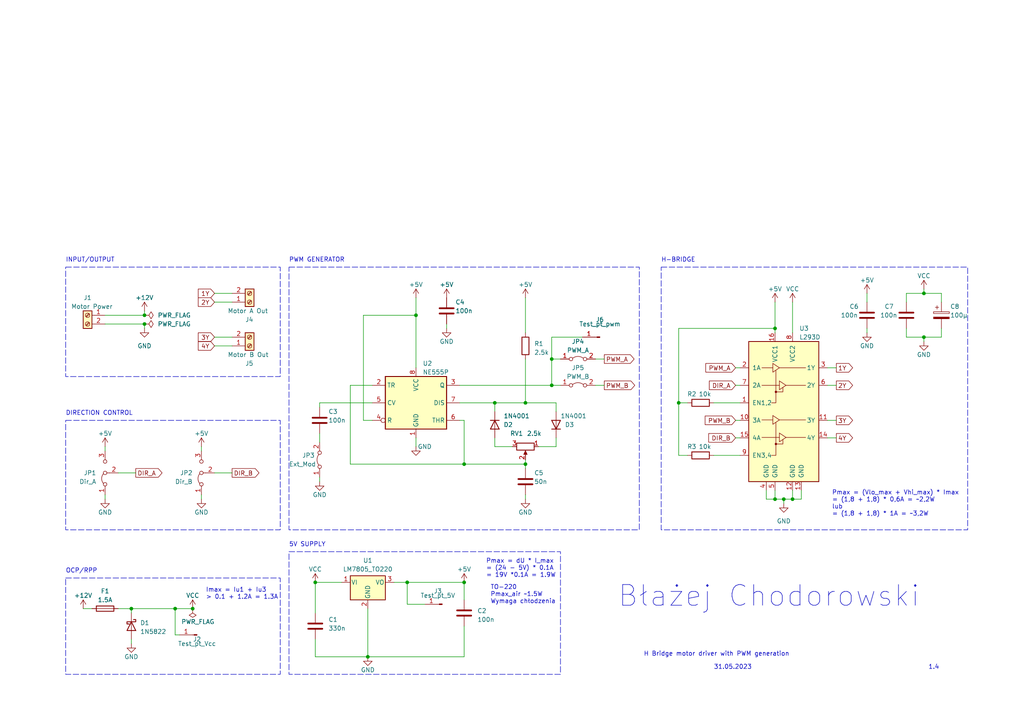
<source format=kicad_sch>
(kicad_sch (version 20230121) (generator eeschema)
  (paper "A4")
  (lib_symbols
    (symbol "Connector:Conn_01x01_Pin" (pin_names (offset 1.016) hide)
      (property "Reference" "J" (at 0 2.54 0))
      (property "Value" "Conn_01x01_Pin" (at 0 -2.54 0))
      (symbol "Conn_01x01_Pin_1_1"
        (polyline (pts (xy 1.27 0) (xy 0.8636 0)) (stroke (width 0.1524)))
        (rectangle (start 0.8636 0.127) (end 0 -0.127) (stroke (width 0.1524)) (fill (type outline)))
        (pin passive line (at 5.08 0 180) (length 3.81) (name "Pin_1") (number "1"))
      )
    )
    (symbol "Connector:Screw_Terminal_01x02" (pin_names (offset 1.016) hide)
      (property "Reference" "J" (at 0 2.54 0))
      (property "Value" "Screw_Terminal_01x02" (at 0 -5.08 0))
      (symbol "Screw_Terminal_01x02_1_1"
        (rectangle (start -1.27 1.27) (end 1.27 -3.81) (stroke (width 0.254)) (fill (type background)))
        (circle (center 0 -2.54) (radius 0.635) (stroke (width 0.1524)))
        (polyline (pts (xy -0.5334 -2.2098) (xy 0.3302 -3.048)) (stroke (width 0.1524)))
        (polyline (pts (xy -0.5334 0.3302) (xy 0.3302 -0.508)) (stroke (width 0.1524)))
        (polyline (pts (xy -0.3556 -2.032) (xy 0.508 -2.8702)) (stroke (width 0.1524)))
        (polyline (pts (xy -0.3556 0.508) (xy 0.508 -0.3302)) (stroke (width 0.1524)))
        (circle (center 0 0) (radius 0.635) (stroke (width 0.1524)))
        (pin passive line (at -5.08 0 0) (length 3.81) (name "Pin_1") (number "1"))
        (pin passive line (at -5.08 -2.54 0) (length 3.81) (name "Pin_2") (number "2"))
      )
    )
    (symbol "Device:C" (pin_numbers hide) (pin_names (offset 0.254))
      (property "Reference" "C" (at 0.635 2.54 0))
      (property "Value" "C" (at 0.635 -2.54 0))
      (symbol "C_0_1"
        (polyline (pts (xy -2.032 -0.762) (xy 2.032 -0.762)) (stroke (width 0.508)))
        (polyline (pts (xy -2.032 0.762) (xy 2.032 0.762)) (stroke (width 0.508)))
      )
      (symbol "C_1_1"
        (pin passive line (at 0 3.81 270) (length 2.794) (name "~") (number "1"))
        (pin passive line (at 0 -3.81 90) (length 2.794) (name "~") (number "2"))
      )
    )
    (symbol "Device:C_Polarized" (pin_numbers hide) (pin_names (offset 0.254))
      (property "Reference" "C" (at 0.635 2.54 0))
      (property "Value" "C_Polarized" (at 0.635 -2.54 0))
      (symbol "C_Polarized_0_1"
        (rectangle (start -2.286 0.508) (end 2.286 1.016))
        (polyline (pts (xy -1.778 2.286) (xy -0.762 2.286)))
        (polyline (pts (xy -1.27 2.794) (xy -1.27 1.778)))
        (rectangle (start 2.286 -0.508) (end -2.286 -1.016) (fill (type outline)))
      )
      (symbol "C_Polarized_1_1"
        (pin passive line (at 0 3.81 270) (length 2.794) (name "~") (number "1"))
        (pin passive line (at 0 -3.81 90) (length 2.794) (name "~") (number "2"))
      )
    )
    (symbol "Device:Fuse" (pin_numbers hide) (pin_names (offset 0))
      (property "Reference" "F" (at 2.032 0 90))
      (property "Value" "Fuse" (at -1.905 0 90))
      (symbol "Fuse_0_1"
        (rectangle (start -0.762 -2.54) (end 0.762 2.54) (stroke (width 0.254)))
        (polyline (pts (xy 0 2.54) (xy 0 -2.54)))
      )
      (symbol "Fuse_1_1"
        (pin passive line (at 0 3.81 270) (length 1.27) (name "~") (number "1"))
        (pin passive line (at 0 -3.81 90) (length 1.27) (name "~") (number "2"))
      )
    )
    (symbol "Device:R" (pin_numbers hide) (pin_names (offset 0))
      (property "Reference" "R" (at 2.032 0 90))
      (property "Value" "R" (at 0 0 90))
      (symbol "R_0_1"
        (rectangle (start -1.016 -2.54) (end 1.016 2.54) (stroke (width 0.254)))
      )
      (symbol "R_1_1"
        (pin passive line (at 0 3.81 270) (length 1.27) (name "~") (number "1"))
        (pin passive line (at 0 -3.81 90) (length 1.27) (name "~") (number "2"))
      )
    )
    (symbol "Device:R_Potentiometer" (pin_names (offset 1.016) hide)
      (property "Reference" "RV" (at -4.445 0 90))
      (property "Value" "R_Potentiometer" (at -2.54 0 90))
      (symbol "R_Potentiometer_0_1"
        (polyline (pts (xy 2.54 0) (xy 1.524 0)))
        (polyline (pts (xy 1.143 0) (xy 2.286 0.508) (xy 2.286 -0.508) (xy 1.143 0)) (fill (type outline)))
        (rectangle (start 1.016 2.54) (end -1.016 -2.54) (stroke (width 0.254)))
      )
      (symbol "R_Potentiometer_1_1"
        (pin passive line (at 0 3.81 270) (length 1.27) (name "1") (number "1"))
        (pin passive line (at 3.81 0 180) (length 1.27) (name "2") (number "2"))
        (pin passive line (at 0 -3.81 90) (length 1.27) (name "3") (number "3"))
      )
    )
    (symbol "Diode:1N4001" (pin_numbers hide) (pin_names hide)
      (property "Reference" "D" (at 0 2.54 0))
      (property "Value" "1N4001" (at 0 -2.54 0))
      (symbol "1N4001_0_1"
        (polyline (pts (xy -1.27 1.27) (xy -1.27 -1.27)) (stroke (width 0.254)))
        (polyline (pts (xy 1.27 0) (xy -1.27 0)))
        (polyline (pts (xy 1.27 1.27) (xy 1.27 -1.27) (xy -1.27 0) (xy 1.27 1.27)) (stroke (width 0.254)))
      )
      (symbol "1N4001_1_1"
        (pin passive line (at -3.81 0 0) (length 2.54) (name "K") (number "1"))
        (pin passive line (at 3.81 0 180) (length 2.54) (name "A") (number "2"))
      )
    )
    (symbol "Diode:1N5822" (pin_numbers hide) (pin_names (offset 1.016) hide)
      (property "Reference" "D" (at 0 2.54 0))
      (property "Value" "1N5822" (at 0 -2.54 0))
      (symbol "1N5822_0_1"
        (polyline (pts (xy 1.27 0) (xy -1.27 0)))
        (polyline (pts (xy 1.27 1.27) (xy 1.27 -1.27) (xy -1.27 0) (xy 1.27 1.27)) (stroke (width 0.254)))
        (polyline (pts (xy -1.905 0.635) (xy -1.905 1.27) (xy -1.27 1.27) (xy -1.27 -1.27) (xy -0.635 -1.27) (xy -0.635 -0.635)) (stroke (width 0.254)))
      )
      (symbol "1N5822_1_1"
        (pin passive line (at -3.81 0 0) (length 2.54) (name "K") (number "1"))
        (pin passive line (at 3.81 0 180) (length 2.54) (name "A") (number "2"))
      )
    )
    (symbol "Driver_Motor:L293D" (pin_names (offset 1.016))
      (property "Reference" "U" (at -5.08 26.035 0))
      (property "Value" "L293D" (at -5.08 24.13 0))
      (symbol "L293D_0_1"
        (rectangle (start -10.16 22.86) (end 10.16 -17.78) (stroke (width 0.254)) (fill (type background)))
        (circle (center -2.286 -6.858) (radius 0.254) (fill (type outline)))
        (circle (center -2.286 8.255) (radius 0.254) (fill (type outline)))
        (polyline (pts (xy -6.35 -4.953) (xy -1.27 -4.953)))
        (polyline (pts (xy -6.35 0.127) (xy -3.175 0.127)))
        (polyline (pts (xy -6.35 10.16) (xy -1.27 10.16)))
        (polyline (pts (xy -6.35 15.24) (xy -3.175 15.24)))
        (polyline (pts (xy -1.27 0.127) (xy 6.35 0.127)))
        (polyline (pts (xy -1.27 15.24) (xy 6.35 15.24)))
        (polyline (pts (xy 0.635 -4.953) (xy 6.35 -4.953)))
        (polyline (pts (xy 0.635 10.16) (xy 6.35 10.16)))
        (polyline (pts (xy -2.286 -6.858) (xy -0.254 -6.858) (xy -0.254 -5.588)))
        (polyline (pts (xy -2.286 -0.635) (xy -2.286 -10.16) (xy -3.556 -10.16)))
        (polyline (pts (xy -2.286 8.255) (xy -0.254 8.255) (xy -0.254 9.525)))
        (polyline (pts (xy -2.286 14.478) (xy -2.286 5.08) (xy -3.556 5.08)))
        (polyline (pts (xy -3.175 1.397) (xy -3.175 -1.143) (xy -1.27 0.127) (xy -3.175 1.397)))
        (polyline (pts (xy -3.175 16.51) (xy -3.175 13.97) (xy -1.27 15.24) (xy -3.175 16.51)))
        (polyline (pts (xy -1.27 -3.683) (xy -1.27 -6.223) (xy 0.635 -4.953) (xy -1.27 -3.683)))
        (polyline (pts (xy -1.27 11.43) (xy -1.27 8.89) (xy 0.635 10.16) (xy -1.27 11.43)))
      )
      (symbol "L293D_1_1"
        (pin input line (at -12.7 5.08 0) (length 2.54) (name "EN1,2") (number "1"))
        (pin input line (at -12.7 0 0) (length 2.54) (name "3A") (number "10"))
        (pin output line (at 12.7 0 180) (length 2.54) (name "3Y") (number "11"))
        (pin power_in line (at 2.54 -20.32 90) (length 2.54) (name "GND") (number "12"))
        (pin power_in line (at 5.08 -20.32 90) (length 2.54) (name "GND") (number "13"))
        (pin output line (at 12.7 -5.08 180) (length 2.54) (name "4Y") (number "14"))
        (pin input line (at -12.7 -5.08 0) (length 2.54) (name "4A") (number "15"))
        (pin power_in line (at -2.54 25.4 270) (length 2.54) (name "VCC1") (number "16"))
        (pin input line (at -12.7 15.24 0) (length 2.54) (name "1A") (number "2"))
        (pin output line (at 12.7 15.24 180) (length 2.54) (name "1Y") (number "3"))
        (pin power_in line (at -5.08 -20.32 90) (length 2.54) (name "GND") (number "4"))
        (pin power_in line (at -2.54 -20.32 90) (length 2.54) (name "GND") (number "5"))
        (pin output line (at 12.7 10.16 180) (length 2.54) (name "2Y") (number "6"))
        (pin input line (at -12.7 10.16 0) (length 2.54) (name "2A") (number "7"))
        (pin power_in line (at 2.54 25.4 270) (length 2.54) (name "VCC2") (number "8"))
        (pin input line (at -12.7 -10.16 0) (length 2.54) (name "EN3,4") (number "9"))
      )
    )
    (symbol "Jumper:Jumper_2_Bridged" (pin_names (offset 0) hide)
      (property "Reference" "JP" (at 0 1.905 0))
      (property "Value" "Jumper_2_Bridged" (at 0 -2.54 0))
      (symbol "Jumper_2_Bridged_0_0"
        (circle (center -2.032 0) (radius 0.508))
        (circle (center 2.032 0) (radius 0.508))
      )
      (symbol "Jumper_2_Bridged_0_1"
        (arc (start 1.524 0.254) (mid 0 0.762) (end -1.524 0.254))
      )
      (symbol "Jumper_2_Bridged_1_1"
        (pin passive line (at -5.08 0 0) (length 2.54) (name "A") (number "1"))
        (pin passive line (at 5.08 0 180) (length 2.54) (name "B") (number "2"))
      )
    )
    (symbol "Jumper:Jumper_3_Bridged12" (pin_names (offset 0) hide)
      (property "Reference" "JP" (at -2.54 -2.54 0))
      (property "Value" "Jumper_3_Bridged12" (at 0 2.794 0))
      (symbol "Jumper_3_Bridged12_0_0"
        (circle (center -3.302 0) (radius 0.508))
        (circle (center 0 0) (radius 0.508))
        (circle (center 3.302 0) (radius 0.508))
      )
      (symbol "Jumper_3_Bridged12_0_1"
        (arc (start -0.254 0.508) (mid -1.651 0.9912) (end -3.048 0.508))
        (polyline (pts (xy 0 -1.27) (xy 0 -0.508)))
      )
      (symbol "Jumper_3_Bridged12_1_1"
        (pin passive line (at -6.35 0 0) (length 2.54) (name "A") (number "1"))
        (pin passive line (at 0 -3.81 90) (length 2.54) (name "C") (number "2"))
        (pin passive line (at 6.35 0 180) (length 2.54) (name "B") (number "3"))
      )
    )
    (symbol "Regulator_Linear:LM7805_TO220" (pin_names (offset 0.254))
      (property "Reference" "U" (at -3.81 3.175 0))
      (property "Value" "LM7805_TO220" (at 0 3.175 0))
      (symbol "LM7805_TO220_0_1"
        (rectangle (start -5.08 1.905) (end 5.08 -5.08) (stroke (width 0.254)) (fill (type background)))
      )
      (symbol "LM7805_TO220_1_1"
        (pin power_in line (at -7.62 0 0) (length 2.54) (name "VI") (number "1"))
        (pin power_in line (at 0 -7.62 90) (length 2.54) (name "GND") (number "2"))
        (pin power_out line (at 7.62 0 180) (length 2.54) (name "VO") (number "3"))
      )
    )
    (symbol "Timer:NE555P"
      (property "Reference" "U" (at -10.16 8.89 0))
      (property "Value" "NE555P" (at 2.54 8.89 0))
      (symbol "NE555P_0_0"
        (pin power_in line (at 0 -10.16 90) (length 2.54) (name "GND") (number "1"))
        (pin power_in line (at 0 10.16 270) (length 2.54) (name "VCC") (number "8"))
      )
      (symbol "NE555P_0_1"
        (rectangle (start -8.89 -7.62) (end 8.89 7.62) (stroke (width 0.254)) (fill (type background)))
        (rectangle (start -8.89 -7.62) (end 8.89 7.62) (stroke (width 0.254)) (fill (type background)))
      )
      (symbol "NE555P_1_1"
        (pin input line (at -12.7 5.08 0) (length 3.81) (name "TR") (number "2"))
        (pin output line (at 12.7 5.08 180) (length 3.81) (name "Q") (number "3"))
        (pin input inverted (at -12.7 -5.08 0) (length 3.81) (name "R") (number "4"))
        (pin input line (at -12.7 0 0) (length 3.81) (name "CV") (number "5"))
        (pin input line (at 12.7 -5.08 180) (length 3.81) (name "THR") (number "6"))
        (pin input line (at 12.7 0 180) (length 3.81) (name "DIS") (number "7"))
      )
    )
    (symbol "power:+12V" (power) (pin_names (offset 0))
      (property "Value" "+12V" (at 0 3.556 0))
      (symbol "+12V_0_1"
        (polyline (pts (xy -0.762 1.27) (xy 0 2.54)))
        (polyline (pts (xy 0 0) (xy 0 2.54)))
        (polyline (pts (xy 0 2.54) (xy 0.762 1.27)))
      )
      (symbol "+12V_1_1"
        (pin power_in line (at 0 0 90) (length 0) hide (name "+12V") (number "1"))
      )
    )
    (symbol "power:+5V" (power) (pin_names (offset 0))
      (property "Value" "+5V" (at 0 3.556 0))
      (symbol "+5V_0_1"
        (polyline (pts (xy -0.762 1.27) (xy 0 2.54)))
        (polyline (pts (xy 0 0) (xy 0 2.54)))
        (polyline (pts (xy 0 2.54) (xy 0.762 1.27)))
      )
      (symbol "+5V_1_1"
        (pin power_in line (at 0 0 90) (length 0) hide (name "+5V") (number "1"))
      )
    )
    (symbol "power:GND" (power) (pin_names (offset 0))
      (property "Value" "GND" (at 0 -3.81 0))
      (symbol "GND_0_1"
        (polyline (pts (xy 0 0) (xy 0 -1.27) (xy 1.27 -1.27) (xy 0 -2.54) (xy -1.27 -1.27) (xy 0 -1.27)))
      )
      (symbol "GND_1_1"
        (pin power_in line (at 0 0 270) (length 0) hide (name "GND") (number "1"))
      )
    )
    (symbol "power:PWR_FLAG" (power) (pin_numbers hide) (pin_names (offset 0) hide)
      (property "Value" "PWR_FLAG" (at 0 3.81 0))
      (symbol "PWR_FLAG_0_0"
        (pin power_out line (at 0 0 90) (length 0) (name "pwr") (number "1"))
      )
      (symbol "PWR_FLAG_0_1"
        (polyline (pts (xy 0 0) (xy 0 1.27) (xy -1.016 1.905) (xy 0 2.54) (xy 1.016 1.905) (xy 0 1.27)))
      )
    )
    (symbol "power:VCC" (power) (pin_names (offset 0))
      (property "Value" "VCC" (at 0 3.81 0))
      (symbol "VCC_0_1"
        (polyline (pts (xy -0.762 1.27) (xy 0 2.54)))
        (polyline (pts (xy 0 0) (xy 0 2.54)))
        (polyline (pts (xy 0 2.54) (xy 0.762 1.27)))
      )
      (symbol "VCC_1_1"
        (pin power_in line (at 0 0 90) (length 0) hide (name "VCC") (number "1"))
      )
    )
  )
  (junction (at 41.91 91.44))
  (junction (at 118.11 168.91))
  (junction (at 267.97 85.09))
  (junction (at 134.62 134.62))
  (junction (at 224.79 144.78))
  (junction (at 106.68 190.5))
  (junction (at 38.1 176.53))
  (junction (at 152.4 134.62))
  (junction (at 229.87 144.78))
  (junction (at 143.51 116.84))
  (junction (at 160.02 104.14))
  (junction (at 196.85 116.84))
  (junction (at 152.4 116.84))
  (junction (at 41.91 93.98))
  (junction (at 91.44 168.91))
  (junction (at 134.62 168.91))
  (junction (at 50.8 176.53))
  (junction (at 120.65 91.44))
  (junction (at 160.02 111.76))
  (junction (at 227.33 144.78))
  (junction (at 224.79 95.25))
  (junction (at 267.97 97.79))
  (junction (at 55.88 176.53))
  (wire (pts (xy 41.91 93.98) (xy 41.91 95.25)))
  (wire (pts (xy 251.46 96.52) (xy 251.46 95.25)))
  (wire (pts (xy 232.41 144.78) (xy 229.87 144.78)))
  (wire (pts (xy 120.65 86.36) (xy 120.65 91.44)))
  (wire (pts (xy 152.4 104.14) (xy 152.4 116.84)))
  (wire (pts (xy 92.71 128.27) (xy 92.71 125.73)))
  (wire (pts (xy 160.02 97.79) (xy 160.02 104.14)))
  (wire (pts (xy 106.68 190.5) (xy 134.62 190.5)))
  (wire (pts (xy 251.46 87.63) (xy 251.46 85.09)))
  (wire (pts (xy 38.1 176.53) (xy 50.8 176.53)))
  (wire (pts (xy 134.62 181.61) (xy 134.62 190.5)))
  (wire (pts (xy 114.3 168.91) (xy 118.11 168.91)))
  (wire (pts (xy 91.44 168.91) (xy 99.06 168.91)))
  (wire (pts (xy 242.57 111.76) (xy 240.03 111.76)))
  (wire (pts (xy 91.44 185.42) (xy 91.44 190.5)))
  (wire (pts (xy 152.4 86.36) (xy 152.4 96.52)))
  (wire (pts (xy 34.29 176.53) (xy 38.1 176.53)))
  (wire (pts (xy 105.41 91.44) (xy 120.65 91.44)))
  (wire (pts (xy 161.29 119.38) (xy 161.29 116.84)))
  (wire (pts (xy 224.79 142.24) (xy 224.79 144.78)))
  (wire (pts (xy 129.54 93.98) (xy 129.54 95.25)))
  (wire (pts (xy 160.02 104.14) (xy 162.56 104.14)))
  (wire (pts (xy 143.51 129.54) (xy 148.59 129.54)))
  (wire (pts (xy 91.44 190.5) (xy 106.68 190.5)))
  (wire (pts (xy 267.97 83.82) (xy 267.97 85.09)))
  (wire (pts (xy 92.71 116.84) (xy 92.71 118.11)))
  (wire (pts (xy 152.4 134.62) (xy 152.4 135.89)))
  (wire (pts (xy 242.57 106.68) (xy 240.03 106.68)))
  (wire (pts (xy 168.91 97.79) (xy 160.02 97.79)))
  (wire (pts (xy 143.51 116.84) (xy 143.51 119.38)))
  (wire (pts (xy 196.85 95.25) (xy 196.85 116.84)))
  (wire (pts (xy 227.33 144.78) (xy 229.87 144.78)))
  (wire (pts (xy 133.35 121.92) (xy 134.62 121.92)))
  (wire (pts (xy 160.02 104.14) (xy 160.02 111.76)))
  (wire (pts (xy 172.72 104.14) (xy 175.26 104.14)))
  (wire (pts (xy 107.95 116.84) (xy 92.71 116.84)))
  (wire (pts (xy 62.23 85.09) (xy 67.31 85.09)))
  (wire (pts (xy 224.79 144.78) (xy 227.33 144.78)))
  (wire (pts (xy 91.44 168.91) (xy 91.44 177.8)))
  (wire (pts (xy 101.6 134.62) (xy 134.62 134.62)))
  (wire (pts (xy 24.13 176.53) (xy 26.67 176.53)))
  (wire (pts (xy 213.36 111.76) (xy 214.63 111.76)))
  (wire (pts (xy 196.85 95.25) (xy 224.79 95.25)))
  (wire (pts (xy 134.62 173.99) (xy 134.62 168.91)))
  (wire (pts (xy 196.85 116.84) (xy 199.39 116.84)))
  (wire (pts (xy 213.36 121.92) (xy 214.63 121.92)))
  (wire (pts (xy 123.19 175.26) (xy 118.11 175.26)))
  (wire (pts (xy 30.48 93.98) (xy 41.91 93.98)))
  (wire (pts (xy 30.48 91.44) (xy 41.91 91.44)))
  (wire (pts (xy 92.71 139.7) (xy 92.71 138.43)))
  (wire (pts (xy 232.41 142.24) (xy 232.41 144.78)))
  (wire (pts (xy 52.07 184.15) (xy 50.8 184.15)))
  (wire (pts (xy 229.87 87.63) (xy 229.87 96.52)))
  (wire (pts (xy 172.72 111.76) (xy 175.26 111.76)))
  (wire (pts (xy 267.97 99.06) (xy 267.97 97.79)))
  (wire (pts (xy 160.02 111.76) (xy 162.56 111.76)))
  (wire (pts (xy 224.79 95.25) (xy 224.79 96.52)))
  (wire (pts (xy 62.23 100.33) (xy 67.31 100.33)))
  (wire (pts (xy 152.4 133.35) (xy 152.4 134.62)))
  (wire (pts (xy 273.05 85.09) (xy 273.05 87.63)))
  (wire (pts (xy 62.23 87.63) (xy 67.31 87.63)))
  (wire (pts (xy 273.05 97.79) (xy 273.05 95.25)))
  (wire (pts (xy 196.85 116.84) (xy 196.85 132.08)))
  (wire (pts (xy 134.62 134.62) (xy 152.4 134.62)))
  (wire (pts (xy 267.97 85.09) (xy 273.05 85.09)))
  (wire (pts (xy 242.57 121.92) (xy 240.03 121.92)))
  (wire (pts (xy 62.23 137.16) (xy 67.31 137.16)))
  (wire (pts (xy 58.42 143.51) (xy 58.42 144.78)))
  (wire (pts (xy 161.29 129.54) (xy 161.29 127)))
  (wire (pts (xy 107.95 111.76) (xy 101.6 111.76)))
  (wire (pts (xy 207.01 132.08) (xy 214.63 132.08)))
  (wire (pts (xy 34.29 137.16) (xy 39.37 137.16)))
  (wire (pts (xy 196.85 132.08) (xy 199.39 132.08)))
  (wire (pts (xy 105.41 121.92) (xy 105.41 91.44)))
  (wire (pts (xy 107.95 121.92) (xy 105.41 121.92)))
  (wire (pts (xy 50.8 176.53) (xy 50.8 184.15)))
  (wire (pts (xy 133.35 111.76) (xy 160.02 111.76)))
  (wire (pts (xy 224.79 87.63) (xy 224.79 95.25)))
  (wire (pts (xy 58.42 129.54) (xy 58.42 130.81)))
  (wire (pts (xy 41.91 90.17) (xy 41.91 91.44)))
  (wire (pts (xy 62.23 97.79) (xy 67.31 97.79)))
  (wire (pts (xy 262.89 85.09) (xy 267.97 85.09)))
  (wire (pts (xy 222.25 142.24) (xy 222.25 144.78)))
  (wire (pts (xy 262.89 97.79) (xy 267.97 97.79)))
  (wire (pts (xy 106.68 176.53) (xy 106.68 190.5)))
  (wire (pts (xy 38.1 176.53) (xy 38.1 177.8)))
  (wire (pts (xy 152.4 116.84) (xy 143.51 116.84)))
  (wire (pts (xy 118.11 168.91) (xy 134.62 168.91)))
  (wire (pts (xy 38.1 185.42) (xy 38.1 186.69)))
  (wire (pts (xy 152.4 143.51) (xy 152.4 144.78)))
  (wire (pts (xy 213.36 127) (xy 214.63 127)))
  (wire (pts (xy 222.25 144.78) (xy 224.79 144.78)))
  (wire (pts (xy 30.48 129.54) (xy 30.48 130.81)))
  (wire (pts (xy 30.48 143.51) (xy 30.48 144.78)))
  (wire (pts (xy 161.29 116.84) (xy 152.4 116.84)))
  (wire (pts (xy 207.01 116.84) (xy 214.63 116.84)))
  (wire (pts (xy 134.62 121.92) (xy 134.62 134.62)))
  (wire (pts (xy 101.6 111.76) (xy 101.6 134.62)))
  (wire (pts (xy 50.8 176.53) (xy 55.88 176.53)))
  (wire (pts (xy 118.11 175.26) (xy 118.11 168.91)))
  (wire (pts (xy 143.51 129.54) (xy 143.51 127)))
  (wire (pts (xy 262.89 97.79) (xy 262.89 95.25)))
  (wire (pts (xy 120.65 106.68) (xy 120.65 91.44)))
  (wire (pts (xy 120.65 127) (xy 120.65 129.54)))
  (wire (pts (xy 133.35 116.84) (xy 143.51 116.84)))
  (wire (pts (xy 262.89 85.09) (xy 262.89 87.63)))
  (wire (pts (xy 229.87 142.24) (xy 229.87 144.78)))
  (wire (pts (xy 267.97 97.79) (xy 273.05 97.79)))
  (wire (pts (xy 213.36 106.68) (xy 214.63 106.68)))
  (wire (pts (xy 227.33 144.78) (xy 227.33 146.05)))
  (wire (pts (xy 156.21 129.54) (xy 161.29 129.54)))
  (wire (pts (xy 242.57 127) (xy 240.03 127)))
  (rectangle (start 83.82 160.02) (end 162.56 195.58) (stroke (width 0) (type dash)))
  (rectangle (start 19.05 121.92) (end 81.28 153.67) (stroke (width 0) (type dash)))
  (rectangle (start 83.82 77.47) (end 185.42 153.67) (stroke (width 0) (type dash)))
  (rectangle (start 19.05 77.47) (end 81.28 109.22) (stroke (width 0) (type dash)))
  (rectangle (start 19.05 167.64) (end 81.28 195.58) (stroke (width 0) (type dash)))
  (rectangle (start 191.77 77.47) (end 280.67 153.67) (stroke (width 0) (type dash)))
  (text "DIRECTION CONTROL\n" (at 19.05 120.65 0) (effects (font (size 1.27 1.27)) (justify left bottom)))
  (text "H-BRIDGE\n" (at 191.77 76.2 0) (effects (font (size 1.27 1.27)) (justify left bottom)))
  (text "31.05.2023" (at 207.01 194.31 0) (effects (font (size 1.27 1.27)) (justify left bottom)))
  (text "1.4" (at 269.24 194.31 0) (effects (font (size 1.27 1.27)) (justify left bottom)))
  (text "TO-220 \nPmax_air ~1.5W\nWymaga chłodzenia" (at 142.24 175.26 0) (effects (font (size 1.27 1.27)) (justify left bottom)))
  (text "Pmax = dU * I_max\n= (24 - 5V) * 0.1A\n= 19V *0.1A = 1.9W" (at 140.97 167.64 0) (effects (font (size 1.27 1.27)) (justify left bottom)))
  (text "Pmax = (Vlo_max + Vhi_max) * Imax\n= (1,8 + 1,8) * 0,6A = ~2,2W\nlub\n= (1,8 + 1,8) * 1A = ~3,2W" (at 241.3 149.86 0) (effects (font (size 1.27 1.27)) (justify left bottom)))
  (text "OCP/RPP" (at 19.05 166.37 0) (effects (font (size 1.27 1.27)) (justify left bottom)))
  (text "Imax = Iu1 + Iu3 \n> 0.1 + 1.2A = 1.3A" (at 59.69 173.99 0) (effects (font (size 1.27 1.27)) (justify left bottom)))
  (text "5V SUPPLY\n" (at 83.82 158.75 0) (effects (font (size 1.27 1.27)) (justify left bottom)))
  (text "Błażej Chodorowski" (at 179.07 176.53 0) (effects (font (size 6 6)) (justify left bottom)))
  (text "INPUT/OUTPUT" (at 19.05 76.2 0) (effects (font (size 1.27 1.27)) (justify left bottom)))
  (text "H Bridge motor driver with PWM generation" (at 186.69 190.5 0) (effects (font (size 1.27 1.27)) (justify left bottom)))
  (text "PWM GENERATOR\n" (at 83.82 76.2 0) (effects (font (size 1.27 1.27)) (justify left bottom)))
  (global_label "PWM_B" (shape input) (at 213.36 121.92 180) (property "Intersheetrefs" "${INTERSHEET_REFS}" (effects hide)))
  (global_label "PWM_A" (shape input) (at 213.36 106.68 180) (property "Intersheetrefs" "${INTERSHEET_REFS}" (effects hide)))
  (global_label "PWM_A" (shape output) (at 175.26 104.14 0) (property "Intersheetrefs" "${INTERSHEET_REFS}" (effects hide)))
  (global_label "1Y" (shape input) (at 62.23 85.09 180) (property "Intersheetrefs" "${INTERSHEET_REFS}" (effects hide)))
  (global_label "DIR_A" (shape output) (at 39.37 137.16 0) (property "Intersheetrefs" "${INTERSHEET_REFS}" (effects hide)))
  (global_label "3Y" (shape input) (at 62.23 97.79 180) (property "Intersheetrefs" "${INTERSHEET_REFS}" (effects hide)))
  (global_label "2Y" (shape input) (at 62.23 87.63 180) (property "Intersheetrefs" "${INTERSHEET_REFS}" (effects hide)))
  (global_label "3Y" (shape output) (at 242.57 121.92 0) (property "Intersheetrefs" "${INTERSHEET_REFS}" (effects hide)))
  (global_label "DIR_B" (shape input) (at 213.36 127 180) (property "Intersheetrefs" "${INTERSHEET_REFS}" (effects hide)))
  (global_label "DIR_A" (shape input) (at 213.36 111.76 180) (property "Intersheetrefs" "${INTERSHEET_REFS}" (effects hide)))
  (global_label "4Y" (shape input) (at 62.23 100.33 180) (property "Intersheetrefs" "${INTERSHEET_REFS}" (effects hide)))
  (global_label "2Y" (shape output) (at 242.57 111.76 0) (property "Intersheetrefs" "${INTERSHEET_REFS}" (effects hide)))
  (global_label "PWM_B" (shape output) (at 175.26 111.76 0) (property "Intersheetrefs" "${INTERSHEET_REFS}" (effects hide)))
  (global_label "DIR_B" (shape output) (at 67.31 137.16 0) (property "Intersheetrefs" "${INTERSHEET_REFS}" (effects hide)))
  (global_label "4Y" (shape output) (at 242.57 127 0) (property "Intersheetrefs" "${INTERSHEET_REFS}" (effects hide)))
  (global_label "1Y" (shape output) (at 242.57 106.68 0) (property "Intersheetrefs" "${INTERSHEET_REFS}" (effects hide)))
  (symbol (lib_id "Device:C") (at 251.46 91.44 0) (unit 1)
    (property "Reference" "C6" (at 246.38 88.9 0) (effects (justify left)))
    (property "Value" "100n" (at 243.84 91.44 0) (effects (justify left)))
    (property "Footprint" "Capacitor_THT:C_Rect_L7.0mm_W3.5mm_P2.50mm_P5.00mm" (effects hide))
  )
  (symbol (lib_id "power:GND") (at 92.71 139.7 0) (unit 1)
    (property "Reference" "#PWR013" (effects hide))
    (property "Value" "GND" (at 92.71 143.51 0))
  )
  (symbol (lib_id "power:PWR_FLAG") (at 55.88 176.53 180) (unit 1)
    (property "Reference" "#FLG03" (effects hide))
    (property "Value" "PWR_FLAG" (at 62.23 180.34 0) (effects (justify left)))
  )
  (symbol (lib_id "Device:Fuse") (at 30.48 176.53 90) (unit 1)
    (property "Reference" "F1" (at 30.48 171.45 90))
    (property "Value" "1.5A" (at 30.48 173.99 90))
    (property "Footprint" "Fuse:Fuseholder_Clip-5x20mm_Littelfuse_520_Inline_P20.50x5.80mm_D1.30mm_Horizontal" (effects hide))
  )
  (symbol (lib_id "Connector:Conn_01x01_Pin") (at 173.99 97.79 180) (unit 1)
    (property "Reference" "J6" (at 173.99 92.71 0))
    (property "Value" "Test_pt_pwm" (at 173.99 93.98 0))
    (property "Footprint" "Connector_PinHeader_2.54mm:PinHeader_1x01_P2.54mm_Vertical" (effects hide))
  )
  (symbol (lib_id "power:+5V") (at 152.4 86.36 0) (unit 1)
    (property "Reference" "#PWR018" (effects hide))
    (property "Value" "+5V" (at 152.4 82.55 0))
  )
  (symbol (lib_id "Driver_Motor:L293D") (at 227.33 121.92 0) (unit 1)
    (property "Reference" "U3" (at 231.8259 95.25 0) (effects (justify left)))
    (property "Value" "L293D" (at 231.8259 97.79 0) (effects (justify left)))
    (property "Footprint" "Package_DIP:DIP-16_W7.62mm_LongPads" (effects hide))
    (property "Datasheet" "http://www.ti.com/lit/ds/symlink/l293.pdf" (effects hide))
  )
  (symbol (lib_id "Device:C") (at 134.62 177.8 0) (unit 1)
    (property "Reference" "C2" (at 138.43 177.165 0) (effects (justify left)))
    (property "Value" "100n" (at 138.43 179.705 0) (effects (justify left)))
    (property "Footprint" "Capacitor_THT:C_Rect_L7.0mm_W3.5mm_P2.50mm_P5.00mm" (effects hide))
  )
  (symbol (lib_id "Device:C") (at 129.54 90.17 0) (unit 1)
    (property "Reference" "C4" (at 132.08 87.63 0) (effects (justify left)))
    (property "Value" "100n" (at 132.08 90.17 0) (effects (justify left)))
    (property "Footprint" "Capacitor_THT:C_Rect_L7.0mm_W3.5mm_P2.50mm_P5.00mm" (effects hide))
  )
  (symbol (lib_id "Jumper:Jumper_2_Bridged") (at 92.71 133.35 90) (unit 1)
    (property "Reference" "JP3" (at 87.63 132.08 90) (effects (justify right)))
    (property "Value" "Ext_Mod" (at 83.82 134.62 90) (effects (justify right)))
    (property "Footprint" "Connector_PinHeader_2.54mm:PinHeader_2x01_P2.54mm_Vertical" (effects hide))
  )
  (symbol (lib_id "power:+5V") (at 129.54 86.36 0) (unit 1)
    (property "Reference" "#PWR016" (effects hide))
    (property "Value" "+5V" (at 129.54 82.55 0))
  )
  (symbol (lib_id "power:GND") (at 106.68 190.5 0) (unit 1)
    (property "Reference" "#PWR08" (effects hide))
    (property "Value" "GND" (at 106.68 194.31 0))
  )
  (symbol (lib_id "Device:R") (at 203.2 116.84 90) (unit 1)
    (property "Reference" "R2" (at 200.66 114.3 90))
    (property "Value" "10k" (at 204.47 114.3 90))
    (property "Footprint" "Resistor_THT:R_Axial_DIN0207_L6.3mm_D2.5mm_P7.62mm_Horizontal" (effects hide))
  )
  (symbol (lib_id "power:+5V") (at 134.62 168.91 0) (unit 1)
    (property "Reference" "#PWR012" (effects hide))
    (property "Value" "+5V" (at 134.62 165.1 0))
  )
  (symbol (lib_id "Device:C_Polarized") (at 273.05 91.44 0) (unit 1)
    (property "Reference" "C8" (at 275.59 88.9 0) (effects (justify left)))
    (property "Value" "100μ" (at 275.59 91.44 0) (effects (justify left)))
    (property "Footprint" "Capacitor_THT:CP_Radial_D10.0mm_P2.50mm_P5.00mm" (effects hide))
  )
  (symbol (lib_id "Connector:Conn_01x01_Pin") (at 128.27 175.26 180) (unit 1)
    (property "Reference" "J3" (at 127 171.45 0))
    (property "Value" "Test_pt_5V" (at 127 172.72 0))
    (property "Footprint" "Connector_PinHeader_2.54mm:PinHeader_1x01_P2.54mm_Vertical" (effects hide))
  )
  (symbol (lib_id "Device:R_Potentiometer") (at 152.4 129.54 270) (unit 1)
    (property "Reference" "RV1" (at 149.86 125.73 90))
    (property "Value" "2.5k" (at 154.94 125.73 90))
    (property "Footprint" "Connector_PinHeader_2.54mm:PinHeader_1x03_P2.54mm_Vertical" (effects hide))
  )
  (symbol (lib_id "Jumper:Jumper_2_Bridged") (at 167.64 111.76 0) (unit 1)
    (property "Reference" "JP5" (at 167.64 106.68 0))
    (property "Value" "PWM_B" (at 167.64 109.22 0))
    (property "Footprint" "Connector_PinHeader_2.54mm:PinHeader_2x01_P2.54mm_Vertical" (effects hide))
  )
  (symbol (lib_id "Diode:1N4001") (at 161.29 123.19 90) (unit 1)
    (property "Reference" "D3" (at 163.83 123.19 90) (effects (justify right)))
    (property "Value" "1N4001" (at 162.56 120.65 90) (effects (justify right)))
    (property "Footprint" "Diode_THT:D_DO-41_SOD81_P7.62mm_Horizontal" (effects hide))
    (property "Datasheet" "http://www.vishay.com/docs/88503/1n4001.pdf" (effects hide))
    (property "Sim.Device" "D" (effects hide))
    (property "Sim.Pins" "1=K 2=A" (effects hide))
  )
  (symbol (lib_id "power:GND") (at 152.4 144.78 0) (unit 1)
    (property "Reference" "#PWR019" (effects hide))
    (property "Value" "GND" (at 152.4 148.59 0))
  )
  (symbol (lib_id "power:+5V") (at 30.48 129.54 0) (unit 1)
    (property "Reference" "#PWR03" (effects hide))
    (property "Value" "+5V" (at 30.48 125.73 0))
  )
  (symbol (lib_id "Jumper:Jumper_3_Bridged12") (at 58.42 137.16 90) (unit 1)
    (property "Reference" "JP2" (at 55.88 137.16 90) (effects (justify left)))
    (property "Value" "Dir_B" (at 55.88 139.7 90) (effects (justify left)))
    (property "Footprint" "Connector_PinHeader_2.54mm:PinHeader_1x03_P2.54mm_Vertical" (effects hide))
  )
  (symbol (lib_id "power:+5V") (at 224.79 87.63 0) (unit 1)
    (property "Reference" "#PWR020" (effects hide))
    (property "Value" "+5V" (at 224.79 83.82 0))
  )
  (symbol (lib_id "Connector:Conn_01x01_Pin") (at 57.15 184.15 180) (unit 1)
    (property "Reference" "J2" (at 57.15 185.42 0))
    (property "Value" "Test_pt_Vcc" (at 57.15 186.69 0))
    (property "Footprint" "Connector_PinHeader_2.54mm:PinHeader_1x01_P2.54mm_Vertical" (effects hide))
  )
  (symbol (lib_id "power:VCC") (at 91.44 168.91 0) (unit 1)
    (property "Reference" "#PWR02" (effects hide))
    (property "Value" "VCC" (at 91.44 165.1 0))
  )
  (symbol (lib_id "Diode:1N4001") (at 143.51 123.19 270) (unit 1)
    (property "Reference" "D2" (at 146.05 123.19 90) (effects (justify left)))
    (property "Value" "1N4001" (at 146.05 120.65 90) (effects (justify left)))
    (property "Footprint" "Diode_THT:D_DO-41_SOD81_P7.62mm_Horizontal" (effects hide))
    (property "Datasheet" "http://www.vishay.com/docs/88503/1n4001.pdf" (effects hide))
    (property "Sim.Device" "D" (effects hide))
    (property "Sim.Pins" "1=K 2=A" (effects hide))
  )
  (symbol (lib_id "Connector:Screw_Terminal_01x02") (at 25.4 91.44 0) (mirror y) (unit 1)
    (property "Reference" "J1" (at 25.4 86.36 0))
    (property "Value" "Motor Power" (at 26.67 88.9 0))
    (property "Footprint" "TerminalBlock_MetzConnect:TerminalBlock_MetzConnect_Type055_RT01502HDWU_1x02_P5.00mm_Horizontal" (effects hide))
  )
  (symbol (lib_id "power:GND") (at 251.46 96.52 0) (unit 1)
    (property "Reference" "#PWR024" (effects hide))
    (property "Value" "GND" (at 251.46 100.33 0))
  )
  (symbol (lib_id "Device:R") (at 152.4 100.33 180) (unit 1)
    (property "Reference" "R1" (at 154.94 99.695 0) (effects (justify right)))
    (property "Value" "2.5k" (at 154.94 102.235 0) (effects (justify right)))
    (property "Footprint" "Resistor_THT:R_Axial_DIN0207_L6.3mm_D2.5mm_P7.62mm_Horizontal" (effects hide))
  )
  (symbol (lib_id "Regulator_Linear:LM7805_TO220") (at 106.68 168.91 0) (unit 1)
    (property "Reference" "U1" (at 106.68 162.56 0))
    (property "Value" "LM7805_TO220" (at 106.68 165.1 0))
    (property "Footprint" "Package_TO_SOT_THT:TO-220-3_Horizontal_TabDown" (effects hide))
    (property "Datasheet" "https://www.onsemi.cn/PowerSolutions/document/MC7800-D.PDF" (effects hide))
  )
  (symbol (lib_id "Device:C") (at 152.4 139.7 0) (unit 1)
    (property "Reference" "C5" (at 154.94 137.16 0) (effects (justify left)))
    (property "Value" "50n" (at 154.94 139.7 0) (effects (justify left)))
    (property "Footprint" "Capacitor_THT:C_Rect_L7.0mm_W3.5mm_P2.50mm_P5.00mm" (effects hide))
  )
  (symbol (lib_id "power:+5V") (at 58.42 129.54 0) (unit 1)
    (property "Reference" "#PWR010" (effects hide))
    (property "Value" "+5V" (at 58.42 125.73 0))
  )
  (symbol (lib_id "power:+12V") (at 41.91 90.17 0) (unit 1)
    (property "Reference" "#PWR06" (effects hide))
    (property "Value" "+12V" (at 41.91 86.36 0))
  )
  (symbol (lib_id "power:GND") (at 120.65 129.54 0) (unit 1)
    (property "Reference" "#PWR015" (effects hide))
    (property "Value" "GND" (at 123.19 129.54 0))
  )
  (symbol (lib_id "Connector:Screw_Terminal_01x02") (at 72.39 100.33 0) (mirror x) (unit 1)
    (property "Reference" "J5" (at 71.12 105.41 0) (effects (justify left)))
    (property "Value" "Motor B Out" (at 66.04 102.87 0) (effects (justify left)))
    (property "Footprint" "TerminalBlock_MetzConnect:TerminalBlock_MetzConnect_Type055_RT01502HDWU_1x02_P5.00mm_Horizontal" (effects hide))
  )
  (symbol (lib_id "Device:R") (at 203.2 132.08 90) (unit 1)
    (property "Reference" "R3" (at 200.66 129.54 90))
    (property "Value" "10k" (at 204.47 129.54 90))
    (property "Footprint" "Resistor_THT:R_Axial_DIN0207_L6.3mm_D2.5mm_P7.62mm_Horizontal" (effects hide))
  )
  (symbol (lib_id "Timer:NE555P") (at 120.65 116.84 0) (unit 1)
    (property "Reference" "U2" (at 122.6059 105.41 0) (effects (justify left)))
    (property "Value" "NE555P" (at 122.6059 107.95 0) (effects (justify left)))
    (property "Footprint" "1_trevortjes_lib:DIP-8" (effects hide))
    (property "Datasheet" "http://www.ti.com/lit/ds/symlink/ne555.pdf" (effects hide))
  )
  (symbol (lib_id "power:GND") (at 129.54 95.25 0) (unit 1)
    (property "Reference" "#PWR017" (effects hide))
    (property "Value" "GND" (at 129.54 99.06 0))
  )
  (symbol (lib_id "power:GND") (at 41.91 95.25 0) (unit 1)
    (property "Reference" "#PWR07" (effects hide))
    (property "Value" "GND" (at 41.91 100.33 0))
  )
  (symbol (lib_id "power:VCC") (at 229.87 87.63 0) (unit 1)
    (property "Reference" "#PWR022" (effects hide))
    (property "Value" "VCC" (at 229.87 83.82 0))
  )
  (symbol (lib_id "Diode:1N5822") (at 38.1 181.61 270) (unit 1)
    (property "Reference" "D1" (at 40.64 180.6575 90) (effects (justify left)))
    (property "Value" "1N5822" (at 40.64 183.1975 90) (effects (justify left)))
    (property "Footprint" "Diode_THT:D_DO-201AD_P5.08mm_Vertical_KathodeUp" (effects hide))
    (property "Datasheet" "http://www.vishay.com/docs/88526/1n5820.pdf" (effects hide))
  )
  (symbol (lib_id "power:+5V") (at 251.46 85.09 0) (unit 1)
    (property "Reference" "#PWR023" (effects hide))
    (property "Value" "+5V" (at 251.46 81.28 0))
  )
  (symbol (lib_id "Jumper:Jumper_3_Bridged12") (at 30.48 137.16 90) (unit 1)
    (property "Reference" "JP1" (at 27.94 137.16 90) (effects (justify left)))
    (property "Value" "Dir_A" (at 27.94 139.7 90) (effects (justify left)))
    (property "Footprint" "Connector_PinHeader_2.54mm:PinHeader_1x03_P2.54mm_Vertical" (effects hide))
  )
  (symbol (lib_id "power:+5V") (at 120.65 86.36 0) (unit 1)
    (property "Reference" "#PWR014" (effects hide))
    (property "Value" "+5V" (at 120.65 82.55 0))
  )
  (symbol (lib_id "power:GND") (at 38.1 186.69 0) (unit 1)
    (property "Reference" "#PWR05" (effects hide))
    (property "Value" "GND" (at 38.1 190.5 0))
  )
  (symbol (lib_id "power:GND") (at 30.48 144.78 0) (unit 1)
    (property "Reference" "#PWR04" (effects hide))
    (property "Value" "GND" (at 30.48 148.59 0))
  )
  (symbol (lib_id "power:GND") (at 58.42 144.78 0) (unit 1)
    (property "Reference" "#PWR011" (effects hide))
    (property "Value" "GND" (at 58.42 148.59 0))
  )
  (symbol (lib_id "power:+12V") (at 24.13 176.53 0) (unit 1)
    (property "Reference" "#PWR01" (effects hide))
    (property "Value" "+12V" (at 24.13 172.72 0))
  )
  (symbol (lib_id "Device:C") (at 92.71 121.92 0) (unit 1)
    (property "Reference" "C3" (at 95.25 119.38 0) (effects (justify left)))
    (property "Value" "100n" (at 95.25 121.92 0) (effects (justify left)))
    (property "Footprint" "Capacitor_THT:C_Rect_L7.0mm_W3.5mm_P2.50mm_P5.00mm" (effects hide))
  )
  (symbol (lib_id "power:VCC") (at 267.97 83.82 0) (unit 1)
    (property "Reference" "#PWR025" (effects hide))
    (property "Value" "VCC" (at 267.97 80.01 0))
  )
  (symbol (lib_id "Device:C") (at 91.44 181.61 0) (unit 1)
    (property "Reference" "C1" (at 95.25 179.705 0) (effects (justify left)))
    (property "Value" "330n" (at 95.25 182.245 0) (effects (justify left)))
    (property "Footprint" "Capacitor_THT:C_Rect_L7.0mm_W3.5mm_P2.50mm_P5.00mm" (effects hide))
  )
  (symbol (lib_id "power:PWR_FLAG") (at 41.91 91.44 270) (unit 1)
    (property "Reference" "#FLG01" (effects hide))
    (property "Value" "PWR_FLAG" (at 45.72 91.44 90) (effects (justify left)))
  )
  (symbol (lib_id "power:VCC") (at 55.88 176.53 0) (unit 1)
    (property "Reference" "#PWR09" (effects hide))
    (property "Value" "VCC" (at 55.88 172.72 0))
  )
  (symbol (lib_id "power:PWR_FLAG") (at 41.91 93.98 270) (unit 1)
    (property "Reference" "#FLG02" (effects hide))
    (property "Value" "PWR_FLAG" (at 45.72 93.98 90) (effects (justify left)))
  )
  (symbol (lib_id "Connector:Screw_Terminal_01x02") (at 72.39 87.63 0) (mirror x) (unit 1)
    (property "Reference" "J4" (at 71.12 92.71 0) (effects (justify left)))
    (property "Value" "Motor A Out" (at 66.04 90.17 0) (effects (justify left)))
    (property "Footprint" "TerminalBlock_MetzConnect:TerminalBlock_MetzConnect_Type055_RT01502HDWU_1x02_P5.00mm_Horizontal" (effects hide))
  )
  (symbol (lib_id "power:GND") (at 267.97 99.06 0) (unit 1)
    (property "Reference" "#PWR026" (effects hide))
    (property "Value" "GND" (at 267.97 102.87 0))
  )
  (symbol (lib_id "power:GND") (at 227.33 146.05 0) (unit 1)
    (property "Reference" "#PWR021" (effects hide))
    (property "Value" "GND" (at 227.33 151.13 0))
  )
  (symbol (lib_id "Jumper:Jumper_2_Bridged") (at 167.64 104.14 0) (unit 1)
    (property "Reference" "JP4" (at 167.64 99.06 0))
    (property "Value" "PWM_A" (at 167.64 101.6 0))
    (property "Footprint" "Connector_PinHeader_2.54mm:PinHeader_2x01_P2.54mm_Vertical" (effects hide))
  )
  (symbol (lib_id "Device:C") (at 262.89 91.44 0) (unit 1)
    (property "Reference" "C7" (at 256.54 88.9 0) (effects (justify left)))
    (property "Value" "100n" (at 255.27 91.44 0) (effects (justify left)))
    (property "Footprint" "Capacitor_THT:C_Rect_L7.0mm_W3.5mm_P2.50mm_P5.00mm" (effects hide))
  )
)
</source>
